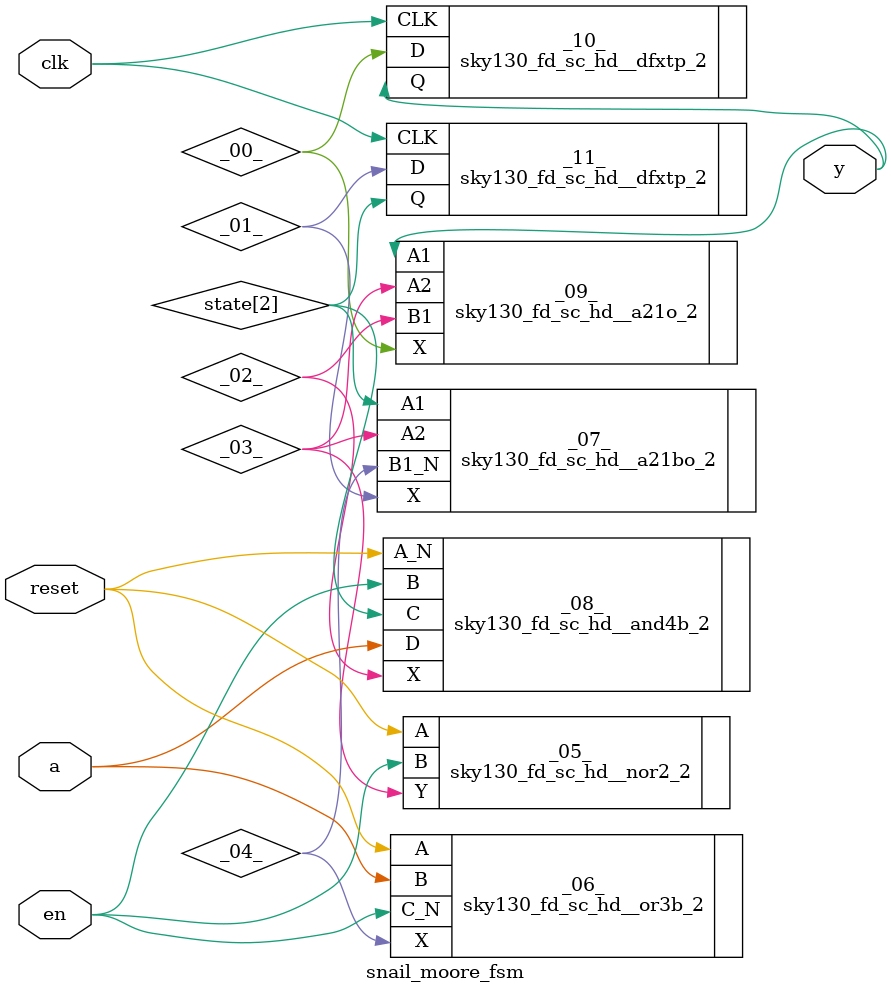
<source format=v>
/* Generated by Yosys 0.12+45 (git sha1 UNKNOWN, gcc 8.3.1 -fPIC -Os) */

module snail_moore_fsm(clk, reset, en, a, y);
  wire _00_;
  wire _01_;
  wire _02_;
  wire _03_;
  wire _04_;
  input a;
  input clk;
  input en;
  input reset;
  wire \state[2] ;
  output y;
  sky130_fd_sc_hd__nor2_2 _05_ (
    .A(reset),
    .B(en),
    .Y(_03_)
  );
  sky130_fd_sc_hd__or3b_2 _06_ (
    .A(reset),
    .B(a),
    .C_N(en),
    .X(_04_)
  );
  sky130_fd_sc_hd__a21bo_2 _07_ (
    .A1(\state[2] ),
    .A2(_03_),
    .B1_N(_04_),
    .X(_01_)
  );
  sky130_fd_sc_hd__and4b_2 _08_ (
    .A_N(reset),
    .B(en),
    .C(\state[2] ),
    .D(a),
    .X(_02_)
  );
  sky130_fd_sc_hd__a21o_2 _09_ (
    .A1(y),
    .A2(_03_),
    .B1(_02_),
    .X(_00_)
  );
  sky130_fd_sc_hd__dfxtp_2 _10_ (
    .CLK(clk),
    .D(_00_),
    .Q(y)
  );
  sky130_fd_sc_hd__dfxtp_2 _11_ (
    .CLK(clk),
    .D(_01_),
    .Q(\state[2] )
  );
endmodule

</source>
